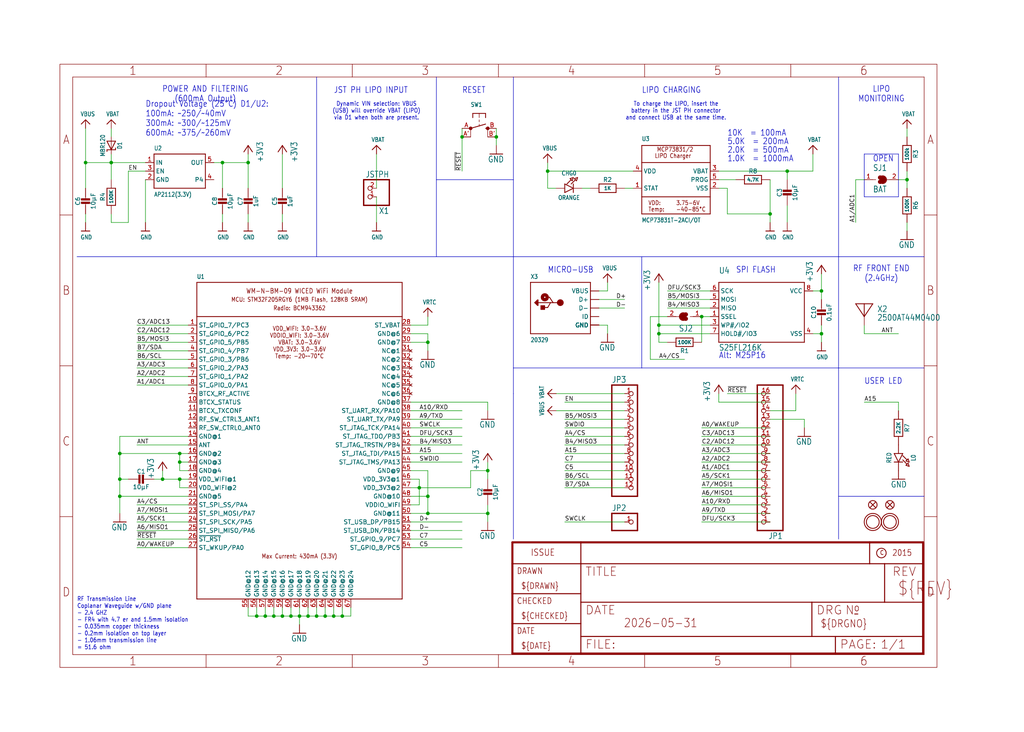
<source format=kicad_sch>
(kicad_sch (version 20230121) (generator eeschema)
  (paper "User" 303.962 217.322)
  (junction (at 76.2 182.88))
  (junction (at 99.06 182.88))
  (junction (at 195.58 99.06))
  (junction (at 233.68 50.8))
  (junction (at 53.34 137.16))
  (junction (at 93.98 182.88))
  (junction (at 86.36 182.88))
  (junction (at 78.74 182.88))
  (junction (at 162.56 50.8))
  (junction (at 33.02 48.26))
  (junction (at 243.84 99.06))
  (junction (at 35.56 147.32))
  (junction (at 25.4 48.26))
  (junction (at 35.56 134.62))
  (junction (at 147.32 40.64))
  (junction (at 35.56 142.24))
  (junction (at 96.52 182.88))
  (junction (at 83.82 182.88))
  (junction (at 127 147.32))
  (junction (at 144.78 139.7))
  (junction (at 208.28 93.98))
  (junction (at 73.66 48.26))
  (junction (at 66.04 48.26))
  (junction (at 127 152.4))
  (junction (at 88.9 182.88))
  (junction (at 127 101.6))
  (junction (at 243.84 86.36))
  (junction (at 228.6 63.5))
  (junction (at 144.78 152.4))
  (junction (at 81.28 182.88))
  (junction (at 48.26 142.24))
  (junction (at 269.24 53.34))
  (junction (at 137.16 40.64))
  (junction (at 124.46 144.78))
  (junction (at 101.6 182.88))
  (junction (at 91.44 182.88))
  (junction (at 195.58 96.52))
  (junction (at 53.34 134.62))
  (junction (at 53.34 142.24))
  (wire (pts (xy 55.88 162.56) (xy 40.64 162.56)) (stroke (width 0.1524)))
  (wire (pts (xy 165.1 116.84) (xy 185.42 116.84)) (stroke (width 0.1524)))
  (wire (pts (xy 193.04 93.98) (xy 193.04 106.68)) (stroke (width 0.1524)))
  (wire (pts (xy 180.34 86.36) (xy 180.34 83.82)) (stroke (width 0.1524)))
  (wire (pts (xy 121.92 139.7) (xy 127 139.7)) (stroke (width 0.1524)))
  (polyline (pts (xy 266.7 45.72) (xy 266.7 58.42)) (stroke (width 0.1524) (type solid)))
  (wire (pts (xy 127 99.06) (xy 127 101.6)) (stroke (width 0.1524)))
  (wire (pts (xy 215.9 63.5) (xy 228.6 63.5)) (stroke (width 0.1524)))
  (wire (pts (xy 121.92 121.92) (xy 137.16 121.92)) (stroke (width 0.1524)))
  (wire (pts (xy 73.66 48.26) (xy 73.66 45.72)) (stroke (width 0.1524)))
  (wire (pts (xy 121.92 154.94) (xy 137.16 154.94)) (stroke (width 0.1524)))
  (wire (pts (xy 162.56 50.8) (xy 187.96 50.8)) (stroke (width 0.1524)))
  (wire (pts (xy 73.66 63.5) (xy 73.66 66.04)) (stroke (width 0.1524)))
  (wire (pts (xy 99.06 180.34) (xy 99.06 182.88)) (stroke (width 0.1524)))
  (wire (pts (xy 233.68 60.96) (xy 233.68 66.04)) (stroke (width 0.1524)))
  (wire (pts (xy 127 139.7) (xy 127 147.32)) (stroke (width 0.1524)))
  (wire (pts (xy 101.6 180.34) (xy 101.6 182.88)) (stroke (width 0.1524)))
  (wire (pts (xy 233.68 50.8) (xy 213.36 50.8)) (stroke (width 0.1524)))
  (wire (pts (xy 121.92 147.32) (xy 127 147.32)) (stroke (width 0.1524)))
  (wire (pts (xy 185.42 129.54) (xy 167.64 129.54)) (stroke (width 0.1524)))
  (wire (pts (xy 76.2 182.88) (xy 78.74 182.88)) (stroke (width 0.1524)))
  (wire (pts (xy 43.18 48.26) (xy 33.02 48.26)) (stroke (width 0.1524)))
  (wire (pts (xy 66.04 55.88) (xy 66.04 48.26)) (stroke (width 0.1524)))
  (wire (pts (xy 228.6 147.32) (xy 208.28 147.32)) (stroke (width 0.1524)))
  (wire (pts (xy 48.26 139.7) (xy 48.26 142.24)) (stroke (width 0.1524)))
  (wire (pts (xy 172.72 55.88) (xy 175.26 55.88)) (stroke (width 0.1524)))
  (wire (pts (xy 121.92 124.46) (xy 137.16 124.46)) (stroke (width 0.1524)))
  (polyline (pts (xy 152.4 76.2) (xy 152.4 53.34)) (stroke (width 0.1524) (type solid)))
  (wire (pts (xy 177.8 86.36) (xy 180.34 86.36)) (stroke (width 0.1524)))
  (wire (pts (xy 88.9 182.88) (xy 91.44 182.88)) (stroke (width 0.1524)))
  (wire (pts (xy 55.88 157.48) (xy 40.64 157.48)) (stroke (width 0.1524)))
  (wire (pts (xy 198.12 101.6) (xy 195.58 101.6)) (stroke (width 0.1524)))
  (wire (pts (xy 35.56 129.54) (xy 35.56 134.62)) (stroke (width 0.1524)))
  (wire (pts (xy 228.6 127) (xy 208.28 127)) (stroke (width 0.1524)))
  (wire (pts (xy 53.34 134.62) (xy 35.56 134.62)) (stroke (width 0.1524)))
  (wire (pts (xy 213.36 53.34) (xy 218.44 53.34)) (stroke (width 0.1524)))
  (wire (pts (xy 215.9 55.88) (xy 215.9 63.5)) (stroke (width 0.1524)))
  (wire (pts (xy 55.88 101.6) (xy 40.64 101.6)) (stroke (width 0.1524)))
  (wire (pts (xy 53.34 142.24) (xy 48.26 142.24)) (stroke (width 0.1524)))
  (wire (pts (xy 147.32 43.18) (xy 147.32 40.64)) (stroke (width 0.1524)))
  (wire (pts (xy 243.84 99.06) (xy 243.84 101.6)) (stroke (width 0.1524)))
  (wire (pts (xy 228.6 121.92) (xy 236.22 121.92)) (stroke (width 0.1524)))
  (wire (pts (xy 38.1 142.24) (xy 35.56 142.24)) (stroke (width 0.1524)))
  (wire (pts (xy 185.42 124.46) (xy 167.64 124.46)) (stroke (width 0.1524)))
  (wire (pts (xy 83.82 180.34) (xy 83.82 182.88)) (stroke (width 0.1524)))
  (wire (pts (xy 86.36 182.88) (xy 88.9 182.88)) (stroke (width 0.1524)))
  (polyline (pts (xy 274.32 109.22) (xy 248.92 109.22)) (stroke (width 0.1524) (type solid)))
  (wire (pts (xy 254 53.34) (xy 254 66.04)) (stroke (width 0.1524)))
  (wire (pts (xy 167.64 127) (xy 185.42 127)) (stroke (width 0.1524)))
  (wire (pts (xy 139.7 144.78) (xy 139.7 139.7)) (stroke (width 0.1524)))
  (wire (pts (xy 121.92 127) (xy 137.16 127)) (stroke (width 0.1524)))
  (wire (pts (xy 144.78 139.7) (xy 144.78 137.16)) (stroke (width 0.1524)))
  (wire (pts (xy 55.88 160.02) (xy 40.64 160.02)) (stroke (width 0.1524)))
  (wire (pts (xy 53.34 139.7) (xy 53.34 137.16)) (stroke (width 0.1524)))
  (polyline (pts (xy 256.54 58.42) (xy 256.54 45.72)) (stroke (width 0.1524) (type solid)))
  (wire (pts (xy 266.7 121.92) (xy 266.7 119.38)) (stroke (width 0.1524)))
  (polyline (pts (xy 190.5 76.2) (xy 152.4 76.2)) (stroke (width 0.1524) (type solid)))
  (wire (pts (xy 167.64 137.16) (xy 185.42 137.16)) (stroke (width 0.1524)))
  (wire (pts (xy 76.2 180.34) (xy 76.2 182.88)) (stroke (width 0.1524)))
  (wire (pts (xy 185.42 91.44) (xy 177.8 91.44)) (stroke (width 0.1524)))
  (wire (pts (xy 162.56 48.26) (xy 162.56 50.8)) (stroke (width 0.1524)))
  (wire (pts (xy 99.06 182.88) (xy 101.6 182.88)) (stroke (width 0.1524)))
  (wire (pts (xy 55.88 139.7) (xy 53.34 139.7)) (stroke (width 0.1524)))
  (wire (pts (xy 210.82 93.98) (xy 208.28 93.98)) (stroke (width 0.1524)))
  (wire (pts (xy 147.32 38.1) (xy 147.32 40.64)) (stroke (width 0.1524)))
  (polyline (pts (xy 266.7 58.42) (xy 256.54 58.42)) (stroke (width 0.1524) (type solid)))
  (polyline (pts (xy 22.86 76.2) (xy 93.98 76.2)) (stroke (width 0.1524) (type solid)))
  (wire (pts (xy 213.36 116.84) (xy 213.36 119.38)) (stroke (width 0.1524)))
  (wire (pts (xy 124.46 144.78) (xy 139.7 144.78)) (stroke (width 0.1524)))
  (polyline (pts (xy 93.98 76.2) (xy 129.54 76.2)) (stroke (width 0.1524) (type solid)))
  (wire (pts (xy 38.1 50.8) (xy 38.1 66.04)) (stroke (width 0.1524)))
  (wire (pts (xy 208.28 93.98) (xy 208.28 101.6)) (stroke (width 0.1524)))
  (wire (pts (xy 210.82 99.06) (xy 195.58 99.06)) (stroke (width 0.1524)))
  (polyline (pts (xy 274.32 76.2) (xy 248.92 76.2)) (stroke (width 0.1524) (type solid)))
  (wire (pts (xy 208.28 152.4) (xy 228.6 152.4)) (stroke (width 0.1524)))
  (wire (pts (xy 213.36 55.88) (xy 215.9 55.88)) (stroke (width 0.1524)))
  (wire (pts (xy 55.88 152.4) (xy 40.64 152.4)) (stroke (width 0.1524)))
  (wire (pts (xy 83.82 182.88) (xy 86.36 182.88)) (stroke (width 0.1524)))
  (wire (pts (xy 144.78 152.4) (xy 144.78 149.86)) (stroke (width 0.1524)))
  (wire (pts (xy 33.02 66.04) (xy 33.02 63.5)) (stroke (width 0.1524)))
  (wire (pts (xy 35.56 147.32) (xy 35.56 152.4)) (stroke (width 0.1524)))
  (wire (pts (xy 180.34 96.52) (xy 180.34 99.06)) (stroke (width 0.1524)))
  (wire (pts (xy 121.92 157.48) (xy 137.16 157.48)) (stroke (width 0.1524)))
  (wire (pts (xy 66.04 63.5) (xy 66.04 66.04)) (stroke (width 0.1524)))
  (wire (pts (xy 127 101.6) (xy 127 104.14)) (stroke (width 0.1524)))
  (wire (pts (xy 88.9 182.88) (xy 88.9 185.42)) (stroke (width 0.1524)))
  (polyline (pts (xy 152.4 109.22) (xy 152.4 76.2)) (stroke (width 0.1524) (type solid)))
  (wire (pts (xy 210.82 96.52) (xy 195.58 96.52)) (stroke (width 0.1524)))
  (wire (pts (xy 127 96.52) (xy 127 93.98)) (stroke (width 0.1524)))
  (wire (pts (xy 55.88 154.94) (xy 40.64 154.94)) (stroke (width 0.1524)))
  (wire (pts (xy 25.4 63.5) (xy 25.4 66.04)) (stroke (width 0.1524)))
  (wire (pts (xy 83.82 45.72) (xy 83.82 55.88)) (stroke (width 0.1524)))
  (polyline (pts (xy 248.92 76.2) (xy 248.92 22.86)) (stroke (width 0.1524) (type solid)))
  (wire (pts (xy 53.34 144.78) (xy 53.34 142.24)) (stroke (width 0.1524)))
  (wire (pts (xy 48.26 142.24) (xy 45.72 142.24)) (stroke (width 0.1524)))
  (wire (pts (xy 144.78 119.38) (xy 144.78 121.92)) (stroke (width 0.1524)))
  (wire (pts (xy 269.24 53.34) (xy 269.24 55.88)) (stroke (width 0.1524)))
  (wire (pts (xy 101.6 182.88) (xy 104.14 182.88)) (stroke (width 0.1524)))
  (wire (pts (xy 121.92 134.62) (xy 137.16 134.62)) (stroke (width 0.1524)))
  (wire (pts (xy 81.28 182.88) (xy 83.82 182.88)) (stroke (width 0.1524)))
  (polyline (pts (xy 93.98 76.2) (xy 93.98 22.86)) (stroke (width 0.1524) (type solid)))
  (wire (pts (xy 91.44 180.34) (xy 91.44 182.88)) (stroke (width 0.1524)))
  (wire (pts (xy 93.98 182.88) (xy 96.52 182.88)) (stroke (width 0.1524)))
  (wire (pts (xy 185.42 144.78) (xy 167.64 144.78)) (stroke (width 0.1524)))
  (wire (pts (xy 78.74 182.88) (xy 81.28 182.88)) (stroke (width 0.1524)))
  (wire (pts (xy 91.44 182.88) (xy 93.98 182.88)) (stroke (width 0.1524)))
  (wire (pts (xy 35.56 142.24) (xy 35.56 147.32)) (stroke (width 0.1524)))
  (wire (pts (xy 269.24 38.1) (xy 269.24 40.64)) (stroke (width 0.1524)))
  (wire (pts (xy 213.36 119.38) (xy 228.6 119.38)) (stroke (width 0.1524)))
  (wire (pts (xy 121.92 137.16) (xy 137.16 137.16)) (stroke (width 0.1524)))
  (wire (pts (xy 139.7 139.7) (xy 144.78 139.7)) (stroke (width 0.1524)))
  (wire (pts (xy 185.42 55.88) (xy 187.96 55.88)) (stroke (width 0.1524)))
  (wire (pts (xy 228.6 132.08) (xy 208.28 132.08)) (stroke (width 0.1524)))
  (wire (pts (xy 208.28 149.86) (xy 228.6 149.86)) (stroke (width 0.1524)))
  (wire (pts (xy 104.14 182.88) (xy 104.14 180.34)) (stroke (width 0.1524)))
  (wire (pts (xy 233.68 53.34) (xy 233.68 50.8)) (stroke (width 0.1524)))
  (wire (pts (xy 228.6 129.54) (xy 208.28 129.54)) (stroke (width 0.1524)))
  (wire (pts (xy 121.92 101.6) (xy 127 101.6)) (stroke (width 0.1524)))
  (wire (pts (xy 25.4 48.26) (xy 33.02 48.26)) (stroke (width 0.1524)))
  (wire (pts (xy 55.88 104.14) (xy 40.64 104.14)) (stroke (width 0.1524)))
  (polyline (pts (xy 248.92 76.2) (xy 190.5 76.2)) (stroke (width 0.1524) (type solid)))
  (wire (pts (xy 269.24 68.58) (xy 269.24 66.04)) (stroke (width 0.1524)))
  (wire (pts (xy 243.84 96.52) (xy 243.84 99.06)) (stroke (width 0.1524)))
  (wire (pts (xy 96.52 182.88) (xy 99.06 182.88)) (stroke (width 0.1524)))
  (wire (pts (xy 203.2 106.68) (xy 193.04 106.68)) (stroke (width 0.1524)))
  (wire (pts (xy 210.82 88.9) (xy 198.12 88.9)) (stroke (width 0.1524)))
  (wire (pts (xy 93.98 180.34) (xy 93.98 182.88)) (stroke (width 0.1524)))
  (wire (pts (xy 73.66 180.34) (xy 73.66 182.88)) (stroke (width 0.1524)))
  (wire (pts (xy 177.8 96.52) (xy 180.34 96.52)) (stroke (width 0.1524)))
  (wire (pts (xy 121.92 144.78) (xy 124.46 144.78)) (stroke (width 0.1524)))
  (wire (pts (xy 121.92 129.54) (xy 137.16 129.54)) (stroke (width 0.1524)))
  (wire (pts (xy 162.56 55.88) (xy 162.56 50.8)) (stroke (width 0.1524)))
  (wire (pts (xy 198.12 86.36) (xy 210.82 86.36)) (stroke (width 0.1524)))
  (polyline (pts (xy 152.4 160.02) (xy 152.4 116.84)) (stroke (width 0.1524) (type solid)))
  (wire (pts (xy 137.16 50.8) (xy 137.16 40.64)) (stroke (width 0.1524)))
  (wire (pts (xy 198.12 91.44) (xy 210.82 91.44)) (stroke (width 0.1524)))
  (wire (pts (xy 66.04 48.26) (xy 73.66 48.26)) (stroke (width 0.1524)))
  (wire (pts (xy 127 152.4) (xy 144.78 152.4)) (stroke (width 0.1524)))
  (wire (pts (xy 55.88 96.52) (xy 40.64 96.52)) (stroke (width 0.1524)))
  (polyline (pts (xy 274.32 147.32) (xy 248.92 147.32)) (stroke (width 0.1524) (type solid)))
  (wire (pts (xy 269.24 50.8) (xy 269.24 53.34)) (stroke (width 0.1524)))
  (wire (pts (xy 78.74 180.34) (xy 78.74 182.88)) (stroke (width 0.1524)))
  (wire (pts (xy 236.22 121.92) (xy 236.22 116.84)) (stroke (width 0.1524)))
  (wire (pts (xy 241.3 86.36) (xy 243.84 86.36)) (stroke (width 0.1524)))
  (wire (pts (xy 121.92 152.4) (xy 127 152.4)) (stroke (width 0.1524)))
  (wire (pts (xy 73.66 182.88) (xy 76.2 182.88)) (stroke (width 0.1524)))
  (wire (pts (xy 55.88 149.86) (xy 40.64 149.86)) (stroke (width 0.1524)))
  (wire (pts (xy 33.02 45.72) (xy 33.02 48.26)) (stroke (width 0.1524)))
  (wire (pts (xy 228.6 134.62) (xy 208.28 134.62)) (stroke (width 0.1524)))
  (wire (pts (xy 25.4 55.88) (xy 25.4 48.26)) (stroke (width 0.1524)))
  (polyline (pts (xy 248.92 109.22) (xy 190.5 109.22)) (stroke (width 0.1524) (type solid)))
  (polyline (pts (xy 248.92 160.02) (xy 248.92 147.32)) (stroke (width 0.1524) (type solid)))
  (wire (pts (xy 83.82 63.5) (xy 83.82 66.04)) (stroke (width 0.1524)))
  (wire (pts (xy 228.6 63.5) (xy 228.6 66.04)) (stroke (width 0.1524)))
  (wire (pts (xy 55.88 137.16) (xy 53.34 137.16)) (stroke (width 0.1524)))
  (wire (pts (xy 185.42 121.92) (xy 165.1 121.92)) (stroke (width 0.1524)))
  (polyline (pts (xy 129.54 53.34) (xy 129.54 22.86)) (stroke (width 0.1524) (type solid)))
  (wire (pts (xy 243.84 86.36) (xy 243.84 88.9)) (stroke (width 0.1524)))
  (wire (pts (xy 55.88 132.08) (xy 40.64 132.08)) (stroke (width 0.1524)))
  (wire (pts (xy 111.76 66.04) (xy 111.76 58.42)) (stroke (width 0.1524)))
  (wire (pts (xy 228.6 53.34) (xy 228.6 63.5)) (stroke (width 0.1524)))
  (wire (pts (xy 81.28 180.34) (xy 81.28 182.88)) (stroke (width 0.1524)))
  (wire (pts (xy 73.66 48.26) (xy 73.66 55.88)) (stroke (width 0.1524)))
  (wire (pts (xy 33.02 53.34) (xy 33.02 48.26)) (stroke (width 0.1524)))
  (wire (pts (xy 55.88 111.76) (xy 40.64 111.76)) (stroke (width 0.1524)))
  (wire (pts (xy 241.3 99.06) (xy 243.84 99.06)) (stroke (width 0.1524)))
  (wire (pts (xy 228.6 142.24) (xy 208.28 142.24)) (stroke (width 0.1524)))
  (wire (pts (xy 55.88 99.06) (xy 40.64 99.06)) (stroke (width 0.1524)))
  (wire (pts (xy 167.64 154.94) (xy 185.42 154.94)) (stroke (width 0.1524)))
  (wire (pts (xy 55.88 129.54) (xy 35.56 129.54)) (stroke (width 0.1524)))
  (wire (pts (xy 195.58 96.52) (xy 195.58 83.82)) (stroke (width 0.1524)))
  (wire (pts (xy 195.58 99.06) (xy 195.58 96.52)) (stroke (width 0.1524)))
  (wire (pts (xy 198.12 93.98) (xy 193.04 93.98)) (stroke (width 0.1524)))
  (wire (pts (xy 38.1 66.04) (xy 33.02 66.04)) (stroke (width 0.1524)))
  (wire (pts (xy 35.56 134.62) (xy 35.56 142.24)) (stroke (width 0.1524)))
  (wire (pts (xy 121.92 119.38) (xy 144.78 119.38)) (stroke (width 0.1524)))
  (wire (pts (xy 228.6 139.7) (xy 208.28 139.7)) (stroke (width 0.1524)))
  (polyline (pts (xy 152.4 53.34) (xy 152.4 22.86)) (stroke (width 0.1524) (type solid)))
  (polyline (pts (xy 190.5 109.22) (xy 190.5 76.2)) (stroke (width 0.1524) (type solid)))
  (wire (pts (xy 241.3 45.72) (xy 241.3 50.8)) (stroke (width 0.1524)))
  (polyline (pts (xy 152.4 53.34) (xy 129.54 53.34)) (stroke (width 0.1524) (type solid)))
  (wire (pts (xy 177.8 88.9) (xy 185.42 88.9)) (stroke (width 0.1524)))
  (wire (pts (xy 256.54 119.38) (xy 266.7 119.38)) (stroke (width 0.1524)))
  (wire (pts (xy 167.64 132.08) (xy 185.42 132.08)) (stroke (width 0.1524)))
  (wire (pts (xy 43.18 53.34) (xy 43.18 66.04)) (stroke (width 0.1524)))
  (wire (pts (xy 86.36 180.34) (xy 86.36 182.88)) (stroke (width 0.1524)))
  (wire (pts (xy 238.76 124.46) (xy 238.76 127)) (stroke (width 0.1524)))
  (polyline (pts (xy 152.4 116.84) (xy 152.4 109.22)) (stroke (width 0.1524) (type solid)))
  (wire (pts (xy 266.7 53.34) (xy 269.24 53.34)) (stroke (width 0.1524)))
  (wire (pts (xy 243.84 86.36) (xy 243.84 81.28)) (stroke (width 0.1524)))
  (wire (pts (xy 63.5 48.26) (xy 66.04 48.26)) (stroke (width 0.1524)))
  (wire (pts (xy 256.54 99.06) (xy 256.54 96.52)) (stroke (width 0.1524)))
  (wire (pts (xy 228.6 116.84) (xy 215.9 116.84)) (stroke (width 0.1524)))
  (wire (pts (xy 121.92 96.52) (xy 127 96.52)) (stroke (width 0.1524)))
  (wire (pts (xy 111.76 45.72) (xy 111.76 55.88)) (stroke (width 0.1524)))
  (wire (pts (xy 144.78 152.4) (xy 144.78 154.94)) (stroke (width 0.1524)))
  (polyline (pts (xy 248.92 109.22) (xy 248.92 76.2)) (stroke (width 0.1524) (type solid)))
  (wire (pts (xy 55.88 109.22) (xy 40.64 109.22)) (stroke (width 0.1524)))
  (polyline (pts (xy 129.54 76.2) (xy 129.54 53.34)) (stroke (width 0.1524) (type solid)))
  (wire (pts (xy 256.54 53.34) (xy 254 53.34)) (stroke (width 0.1524)))
  (wire (pts (xy 43.18 50.8) (xy 38.1 50.8)) (stroke (width 0.1524)))
  (wire (pts (xy 88.9 180.34) (xy 88.9 182.88)) (stroke (width 0.1524)))
  (wire (pts (xy 55.88 134.62) (xy 53.34 134.62)) (stroke (width 0.1524)))
  (wire (pts (xy 185.42 142.24) (xy 167.64 142.24)) (stroke (width 0.1524)))
  (wire (pts (xy 256.54 99.06) (xy 266.7 99.06)) (stroke (width 0.1524)))
  (wire (pts (xy 233.68 50.8) (xy 241.3 50.8)) (stroke (width 0.1524)))
  (wire (pts (xy 124.46 149.86) (xy 124.46 144.78)) (stroke (width 0.1524)))
  (wire (pts (xy 195.58 101.6) (xy 195.58 99.06)) (stroke (width 0.1524)))
  (wire (pts (xy 167.64 134.62) (xy 185.42 134.62)) (stroke (width 0.1524)))
  (wire (pts (xy 144.78 142.24) (xy 144.78 139.7)) (stroke (width 0.1524)))
  (wire (pts (xy 55.88 106.68) (xy 40.64 106.68)) (stroke (width 0.1524)))
  (wire (pts (xy 127 147.32) (xy 127 152.4)) (stroke (width 0.1524)))
  (wire (pts (xy 55.88 144.78) (xy 53.34 144.78)) (stroke (width 0.1524)))
  (polyline (pts (xy 190.5 109.22) (xy 152.4 109.22)) (stroke (width 0.1524) (type solid)))
  (wire (pts (xy 121.92 142.24) (xy 124.46 142.24)) (stroke (width 0.1524)))
  (wire (pts (xy 121.92 132.08) (xy 137.16 132.08)) (stroke (width 0.1524)))
  (wire (pts (xy 55.88 142.24) (xy 53.34 142.24)) (stroke (width 0.1524)))
  (wire (pts (xy 121.92 160.02) (xy 137.16 160.02)) (stroke (width 0.1524)))
  (wire (pts (xy 121.92 162.56) (xy 137.16 162.56)) (stroke (width 0.1524)))
  (wire (pts (xy 53.34 137.16) (xy 53.34 134.62)) (stroke (width 0.1524)))
  (wire (pts (xy 33.02 40.64) (xy 33.02 38.1)) (stroke (width 0.1524)))
  (polyline (pts (xy 248.92 147.32) (xy 248.92 109.22)) (stroke (width 0.1524) (type solid)))
  (polyline (pts (xy 152.4 76.2) (xy 129.54 76.2)) (stroke (width 0.1524) (type solid)))
  (wire (pts (xy 137.16 40.64) (xy 137.16 38.1)) (stroke (width 0.1524)))
  (wire (pts (xy 55.88 147.32) (xy 35.56 147.32)) (stroke (width 0.1524)))
  (wire (pts (xy 228.6 144.78) (xy 208.28 144.78)) (stroke (width 0.1524)))
  (wire (pts (xy 55.88 114.3) (xy 40.64 114.3)) (stroke (width 0.1524)))
  (wire (pts (xy 121.92 99.06) (xy 127 99.06)) (stroke (width 0.1524)))
  (wire (pts (xy 167.64 139.7) (xy 185.42 139.7)) (stroke (width 0.1524)))
  (wire (pts (xy 25.4 38.1) (xy 25.4 48.26)) (stroke (width 0.1524)))
  (polyline (pts (xy 256.54 45.72) (xy 266.7 45.72)) (stroke (width 0.1524) (type solid)))
  (wire (pts (xy 165.1 55.88) (xy 162.56 55.88)) (stroke (width 0.1524)))
  (wire (pts (xy 228.6 124.46) (xy 238.76 124.46)) (stroke (width 0.1524)))
  (wire (pts (xy 228.6 137.16) (xy 208.28 137.16)) (stroke (width 0.1524)))
  (wire (pts (xy 96.52 180.34) (xy 96.52 182.88)) (stroke (width 0.1524)))
  (wire (pts (xy 185.42 119.38) (xy 167.64 119.38)) (stroke (width 0.1524)))
  (wire (pts (xy 124.46 144.78) (xy 124.46 142.24)) (stroke (width 0.1524)))
  (wire (pts (xy 121.92 149.86) (xy 124.46 149.86)) (stroke (width 0.1524)))
  (wire (pts (xy 208.28 154.94) (xy 228.6 154.94)) (stroke (width 0.1524)))
  (text "1.0K  = 1000mA" (at 215.9 48.26 0) (effects (font (size 1.778 1.5113)) (justify left bottom)))
  (text "10K  = 100mA" (at 215.9 40.64 0) (effects (font (size 1.778 1.5113)) (justify left bottom)))
  (text "LIPO\nMONITORING" (at 261.62 30.48 0) (effects (font (size 1.778 1.5113)) (justify bottom)))
  (text "USER LED" (at 256.54 114.3 0) (effects (font (size 1.778 1.5113)) (justify left bottom)))
  (text "Dynamic VIN selection: VBUS\n(USB) will override VBAT (LIPO)\nvia D1 when both are present." (at 111.76 33.02 0) (effects (font (size 1.27 1.0795))))
  (text "Alt: M25P16" (at 213.36 106.68 0) (effects (font (size 1.778 1.5113)) (justify left bottom)))
  (text "RF Transmission Line\nCoplanar Waveguide w/GND plane\n- 2.4 GHZ\n- FR4 with 4.7 er and 1.5mm isolation\n- 0.035mm copper thickness\n- 0.2mm isolation on top layer\n- 1.06mm transmission line\n= 51.6 ohm" (at 22.86 193.04 0) (effects (font (size 1.27 1.0795)) (justify left bottom)))
  (text "2.0K  = 500mA" (at 215.9 45.72 0) (effects (font (size 1.778 1.5113)) (justify left bottom)))
  (text "POWER AND FILTERING\n(600mA Output)" (at 60.96 30.48 0) (effects (font (size 1.778 1.5113)) (justify bottom)))
  (text "LIPO CHARGING" (at 190.5 27.94 0) (effects (font (size 1.778 1.5113)) (justify left bottom)))
  (text "Dropout Voltage (25°C) D1/U2:\n100mA: ~250/~40mV\n300mA: ~300/~125mV\n600mA: ~375/~260mV" (at 43.18 40.64 0) (effects (font (size 1.778 1.5113)) (justify left bottom)))
  (text "OPEN" (at 259.08 48.26 0) (effects (font (size 1.778 1.5113)) (justify left bottom)))
  (text "RESET" (at 137.16 27.94 0) (effects (font (size 1.778 1.5113)) (justify left bottom)))
  (text "5.0K  = 200mA" (at 215.9 43.18 0) (effects (font (size 1.778 1.5113)) (justify left bottom)))
  (text "RF FRONT END\n(2.4GHz)" (at 261.62 81.28 0) (effects (font (size 1.778 1.5113))))
  (text "MICRO-USB" (at 162.56 81.28 0) (effects (font (size 1.778 1.5113)) (justify left bottom)))
  (text "SPI FLASH" (at 218.44 81.28 0) (effects (font (size 1.778 1.5113)) (justify left bottom)))
  (text "JST PH LIPO INPUT" (at 99.06 27.94 0) (effects (font (size 1.778 1.5113)) (justify left bottom)))
  (text "To charge the LIPO, insert the\nbattery in the JST PH connector\nand connect USB at the same time." (at 200.66 33.02 0) (effects (font (size 1.27 1.0795))))
  (label "A3/ADC3" (at 40.64 109.22 0) (effects (font (size 1.2446 1.2446))))
  (label "A9/TXD" (at 208.28 152.4 0) (effects (font (size 1.2446 1.2446))))
  (label "ANT" (at 261.62 99.06 0) (effects (font (size 1.2446 1.2446))))
  (label "~{RESET}" (at 40.64 160.02 0) (effects (font (size 1.2446 1.2446))))
  (label "EN" (at 38.1 50.8 0) (effects (font (size 1.2446 1.2446))))
  (label "A5/SCK1" (at 40.64 154.94 0) (effects (font (size 1.2446 1.2446))))
  (label "SWCLK" (at 124.46 127 0) (effects (font (size 1.2446 1.2446))))
  (label "SWDIO" (at 124.46 137.16 0) (effects (font (size 1.2446 1.2446))))
  (label "~{RESET}" (at 137.16 50.8 90) (effects (font (size 1.2446 1.2446))))
  (label "C7" (at 124.46 160.02 0) (effects (font (size 1.2446 1.2446))))
  (label "A1/ADC1" (at 208.28 139.7 0) (effects (font (size 1.2446 1.2446))))
  (label "A2/ADC2" (at 40.64 111.76 0) (effects (font (size 1.2446 1.2446))))
  (label "A3/ADC3" (at 208.28 134.62 0) (effects (font (size 1.2446 1.2446))))
  (label "A9/TXD" (at 124.46 124.46 0) (effects (font (size 1.2446 1.2446))))
  (label "A7/MOSI1" (at 208.28 144.78 0) (effects (font (size 1.2446 1.2446))))
  (label "A4/CS" (at 40.64 149.86 0) (effects (font (size 1.2446 1.2446))))
  (label "A4/CS" (at 195.58 106.68 0) (effects (font (size 1.2446 1.2446))))
  (label "A6/MISO1" (at 40.64 157.48 0) (effects (font (size 1.2446 1.2446))))
  (label "A10/RXD" (at 124.46 121.92 0) (effects (font (size 1.2446 1.2446))))
  (label "B4/MISO3" (at 167.64 132.08 0) (effects (font (size 1.2446 1.2446))))
  (label "A4/CS" (at 167.64 129.54 0) (effects (font (size 1.2446 1.2446))))
  (label "C7" (at 167.64 137.16 0) (effects (font (size 1.2446 1.2446))))
  (label "B6/SCL" (at 167.64 142.24 0) (effects (font (size 1.2446 1.2446))))
  (label "A15" (at 256.54 119.38 0) (effects (font (size 1.2446 1.2446))))
  (label "SWDIO" (at 167.64 127 0) (effects (font (size 1.2446 1.2446))))
  (label "A0/WAKEUP" (at 208.28 127 0) (effects (font (size 1.2446 1.2446))))
  (label "B5/MOSI3" (at 198.12 88.9 0) (effects (font (size 1.2446 1.2446))))
  (label "A15" (at 124.46 134.62 0) (effects (font (size 1.2446 1.2446))))
  (label "B7/SDA" (at 40.64 104.14 0) (effects (font (size 1.2446 1.2446))))
  (label "A5/SCK1" (at 208.28 142.24 0) (effects (font (size 1.2446 1.2446))))
  (label "C5" (at 167.64 139.7 0) (effects (font (size 1.2446 1.2446))))
  (label "SWCLK" (at 167.64 154.94 0) (effects (font (size 1.2446 1.2446))))
  (label "D+" (at 182.88 88.9 0) (effects (font (size 1.2446 1.2446))))
  (label "DFU/SCK3" (at 208.28 154.94 0) (effects (font (size 1.2446 1.2446))))
  (label "B5/MOSI3" (at 167.64 124.46 0) (effects (font (size 1.2446 1.2446))))
  (label "D-" (at 182.88 91.44 0) (effects (font (size 1.2446 1.2446))))
  (label "A2/ADC2" (at 208.28 137.16 0) (effects (font (size 1.2446 1.2446))))
  (label "C3/ADC13" (at 40.64 96.52 0) (effects (font (size 1.2446 1.2446))))
  (label "A1/ADC1" (at 40.64 114.3 0) (effects (font (size 1.2446 1.2446))))
  (label "B6/SCL" (at 40.64 106.68 0) (effects (font (size 1.2446 1.2446))))
  (label "B4/MISO3" (at 124.46 132.08 0) (effects (font (size 1.2446 1.2446))))
  (label "DFU/SCK3" (at 124.46 129.54 0) (effects (font (size 1.2446 1.2446))))
  (label "A15" (at 167.64 134.62 0) (effects (font (size 1.2446 1.2446))))
  (label "D+" (at 124.46 154.94 0) (effects (font (size 1.2446 1.2446))))
  (label "B7/SDA" (at 167.64 144.78 0) (effects (font (size 1.2446 1.2446))))
  (label "ANT" (at 40.64 132.08 0) (effects (font (size 1.2446 1.2446))))
  (label "EN" (at 167.64 119.38 0) (effects (font (size 1.2446 1.2446))))
  (label "B4/MISO3" (at 198.12 91.44 0) (effects (font (size 1.2446 1.2446))))
  (label "C2/ADC12" (at 208.28 132.08 0) (effects (font (size 1.2446 1.2446))))
  (label "A0/WAKEUP" (at 40.64 162.56 0) (effects (font (size 1.2446 1.2446))))
  (label "C3/ADC13" (at 208.28 129.54 0) (effects (font (size 1.2446 1.2446))))
  (label "A1/ADC1" (at 254 66.04 90) (effects (font (size 1.2446 1.2446))))
  (label "C2/ADC12" (at 40.64 99.06 0) (effects (font (size 1.2446 1.2446))))
  (label "C5" (at 124.46 162.56 0) (effects (font (size 1.2446 1.2446))))
  (label "B5/MOSI3" (at 40.64 101.6 0) (effects (font (size 1.2446 1.2446))))
  (label "A7/MOSI1" (at 40.64 152.4 0) (effects (font (size 1.2446 1.2446))))
  (label "A6/MISO1" (at 208.28 147.32 0) (effects (font (size 1.2446 1.2446))))
  (label "A10/RXD" (at 208.28 149.86 0) (effects (font (size 1.2446 1.2446))))
  (label "DFU/SCK3" (at 198.12 86.36 0) (effects (font (size 1.2446 1.2446))))
  (label "~{RESET}" (at 215.9 116.84 0) (effects (font (size 1.2446 1.2446))))
  (label "D-" (at 124.46 157.48 0) (effects (font (size 1.2446 1.2446))))
  (symbol (lib_id "working-eagle-import:RESISTOR_0603_NOOUT") (at 269.24 45.72 270) (unit 1)
    (property "Reference" "R3" (at 271.78 45.72 0))
    (property "Value" "100k" (at 269.24 45.72 0) (effects (font (size 1.016 1.016) bold)))
    (property "Footprint" "working:0603-NO" (effects hide))
  )
  (symbol (lib_id "working-eagle-import:supply1_GND") (at 180.34 101.6 0) (unit 1)
    (property "Reference" "#GND1" (effects hide))
    (property "Value" "GND" (at 177.8 104.14 0) (effects (font (size 1.778 1.5113)) (justify left bottom)))
  )
  (symbol (lib_id "working-eagle-import:CAP_CERAMIC0603_NO") (at 73.66 60.96 0) (unit 1)
    (property "Reference" "C7" (at 71.37 59.71 90))
    (property "Value" "1uF" (at 75.96 59.71 90))
    (property "Footprint" "working:0603-NO" (effects hide))
  )
  (symbol (lib_id "working-eagle-import:GND") (at 83.82 68.58 0) (unit 1)
    (property "Reference" "#U$11" (effects hide))
    (property "Value" "GND" (at 82.296 71.12 0) (effects (font (size 1.27 1.0795)) (justify left bottom)))
  )
  (symbol (lib_id "working-eagle-import:SOLDERJUMPERREFLOW_NOPASTE") (at 261.62 53.34 0) (unit 1)
    (property "Reference" "SJ1" (at 259.08 50.8 0) (effects (font (size 1.778 1.5113)) (justify left bottom)))
    (property "Value" "BAT" (at 259.08 57.15 0) (effects (font (size 1.778 1.5113)) (justify left bottom)))
    (property "Footprint" "working:SOLDERJUMPER_REFLOW_NOPASTE" (effects hide))
  )
  (symbol (lib_id "working-eagle-import:CAP_CERAMIC0805_10MGAP") (at 243.84 93.98 0) (unit 1)
    (property "Reference" "C10" (at 241.55 92.73 90))
    (property "Value" "0.1uF" (at 246.14 92.73 90))
    (property "Footprint" "working:0805_10MGAP" (effects hide))
  )
  (symbol (lib_id "working-eagle-import:+3V3") (at 83.82 43.18 0) (mirror y) (unit 1)
    (property "Reference" "#+3V2" (effects hide))
    (property "Value" "+3V3" (at 86.36 48.26 90) (effects (font (size 1.778 1.5113)) (justify left bottom)))
  )
  (symbol (lib_id "working-eagle-import:+3V3") (at 48.26 137.16 0) (unit 1)
    (property "Reference" "#+3V8" (effects hide))
    (property "Value" "+3V3" (at 45.72 142.24 90) (effects (font (size 1.778 1.5113)) (justify left bottom)))
  )
  (symbol (lib_id "working-eagle-import:supply1_GND") (at 127 106.68 0) (unit 1)
    (property "Reference" "#GND12" (effects hide))
    (property "Value" "GND" (at 124.46 109.22 0) (effects (font (size 1.778 1.5113)) (justify left bottom)))
  )
  (symbol (lib_id "working-eagle-import:supply1_GND") (at 35.56 154.94 0) (unit 1)
    (property "Reference" "#GND3" (effects hide))
    (property "Value" "GND" (at 33.02 157.48 0) (effects (font (size 1.778 1.5113)) (justify left bottom)))
  )
  (symbol (lib_id "working-eagle-import:DIODE-SCHOTTKYSOD-123") (at 33.02 43.18 270) (unit 1)
    (property "Reference" "D1" (at 35.56 43.18 0) (effects (font (size 1.27 1.0795))))
    (property "Value" "MBR120" (at 30.52 43.18 0) (effects (font (size 1.27 1.0795))))
    (property "Footprint" "working:SOD-123" (effects hide))
  )
  (symbol (lib_id "working-eagle-import:RESISTOR_0603_NOOUT") (at 180.34 55.88 0) (unit 1)
    (property "Reference" "R2" (at 180.34 53.34 0))
    (property "Value" "1K" (at 180.34 55.88 0) (effects (font (size 1.016 1.016) bold)))
    (property "Footprint" "working:0603-NO" (effects hide))
  )
  (symbol (lib_id "working-eagle-import:CAP_CERAMIC0805-NOOUTLINE") (at 144.78 147.32 0) (unit 1)
    (property "Reference" "C2" (at 142.49 146.07 90))
    (property "Value" "10µF" (at 147.08 146.07 90))
    (property "Footprint" "working:0805-NO" (effects hide))
  )
  (symbol (lib_id "working-eagle-import:VBUS") (at 162.56 45.72 0) (unit 1)
    (property "Reference" "#U$38" (effects hide))
    (property "Value" "VBUS" (at 161.036 44.704 0) (effects (font (size 1.27 1.0795)) (justify left bottom)))
  )
  (symbol (lib_id "working-eagle-import:CAP_CERAMIC0603_NO") (at 83.82 60.96 0) (unit 1)
    (property "Reference" "C5" (at 81.53 59.71 90))
    (property "Value" "1uF" (at 86.12 59.71 90))
    (property "Footprint" "working:0603-NO" (effects hide))
  )
  (symbol (lib_id "working-eagle-import:VBAT") (at 269.24 35.56 0) (unit 1)
    (property "Reference" "#U$2" (effects hide))
    (property "Value" "VBAT" (at 267.716 34.544 0) (effects (font (size 1.27 1.0795)) (justify left bottom)))
  )
  (symbol (lib_id "working-eagle-import:+3V3") (at 195.58 81.28 0) (unit 1)
    (property "Reference" "#+3V3" (effects hide))
    (property "Value" "+3V3" (at 193.04 86.36 90) (effects (font (size 1.778 1.5113)) (justify left bottom)))
  )
  (symbol (lib_id "working-eagle-import:VBAT") (at 162.56 116.84 90) (unit 1)
    (property "Reference" "#U$20" (effects hide))
    (property "Value" "VBAT" (at 161.544 118.364 0) (effects (font (size 1.27 1.0795)) (justify left bottom)))
  )
  (symbol (lib_id "working-eagle-import:GND") (at 111.76 68.58 0) (unit 1)
    (property "Reference" "#U$22" (effects hide))
    (property "Value" "GND" (at 110.236 71.12 0) (effects (font (size 1.27 1.0795)) (justify left bottom)))
  )
  (symbol (lib_id "working-eagle-import:MOUNTINGHOLE2.5") (at 259.08 154.94 0) (unit 1)
    (property "Reference" "U$31" (effects hide))
    (property "Value" "MOUNTINGHOLE2.5" (effects hide))
    (property "Footprint" "working:MOUNTINGHOLE_2.5_PLATED" (effects hide))
  )
  (symbol (lib_id "working-eagle-import:RESISTOR_0603_NOOUT") (at 33.02 58.42 90) (unit 1)
    (property "Reference" "R4" (at 30.48 58.42 0))
    (property "Value" "100K" (at 33.02 58.42 0) (effects (font (size 1.016 1.016) bold)))
    (property "Footprint" "working:0603-NO" (effects hide))
  )
  (symbol (lib_id "working-eagle-import:USB_MICRO_20329_V2") (at 167.64 91.44 0) (unit 1)
    (property "Reference" "X3" (at 157.48 82.804 0) (effects (font (size 1.27 1.0795)) (justify left bottom)))
    (property "Value" "20329" (at 157.48 101.6 0) (effects (font (size 1.27 1.0795)) (justify left bottom)))
    (property "Footprint" "working:4UCONN_20329_V2" (effects hide))
  )
  (symbol (lib_id "working-eagle-import:+3V3") (at 213.36 114.3 0) (unit 1)
    (property "Reference" "#+3V1" (effects hide))
    (property "Value" "+3V3" (at 210.82 119.38 90) (effects (font (size 1.778 1.5113)) (justify left bottom)))
  )
  (symbol (lib_id "working-eagle-import:supply1_GND") (at 144.78 157.48 0) (unit 1)
    (property "Reference" "#GND8" (effects hide))
    (property "Value" "GND" (at 142.24 160.02 0) (effects (font (size 1.778 1.5113)) (justify left bottom)))
  )
  (symbol (lib_id "working-eagle-import:CAP_CERAMIC0805-NOOUTLINE") (at 40.64 142.24 270) (unit 1)
    (property "Reference" "C1" (at 41.89 139.95 90))
    (property "Value" "10µF" (at 41.89 144.54 90))
    (property "Footprint" "working:0805-NO" (effects hide))
  )
  (symbol (lib_id "working-eagle-import:VREG_SOT23-5") (at 53.34 50.8 0) (unit 1)
    (property "Reference" "U2" (at 45.72 44.704 0) (effects (font (size 1.27 1.0795)) (justify left bottom)))
    (property "Value" "AP2112(3.3V)" (at 45.72 58.42 0) (effects (font (size 1.27 1.0795)) (justify left bottom)))
    (property "Footprint" "working:SOT23-5" (effects hide))
  )
  (symbol (lib_id "working-eagle-import:CAP_CERAMIC0805-NOOUTLINE") (at 233.68 58.42 0) (unit 1)
    (property "Reference" "C3" (at 231.39 57.17 90))
    (property "Value" "10µF" (at 235.98 57.17 90))
    (property "Footprint" "working:0805-NO" (effects hide))
  )
  (symbol (lib_id "working-eagle-import:GND") (at 25.4 68.58 0) (unit 1)
    (property "Reference" "#U$27" (effects hide))
    (property "Value" "GND" (at 23.876 71.12 0) (effects (font (size 1.27 1.0795)) (justify left bottom)))
  )
  (symbol (lib_id "working-eagle-import:CAP_CERAMIC0805-NOOUTLINE") (at 25.4 60.96 0) (unit 1)
    (property "Reference" "C6" (at 23.11 59.71 90))
    (property "Value" "10µF" (at 27.7 59.71 90))
    (property "Footprint" "working:0805-NO" (effects hide))
  )
  (symbol (lib_id "working-eagle-import:FIDUCIAL{dblquote}{dblquote}") (at 259.08 149.86 0) (unit 1)
    (property "Reference" "U$35" (effects hide))
    (property "Value" "FIDUCIAL{dblquote}{dblquote}" (effects hide))
    (property "Footprint" "working:FIDUCIAL_1MM" (effects hide))
  )
  (symbol (lib_id "working-eagle-import:RESISTOR_0603_NOOUT") (at 223.52 53.34 0) (unit 1)
    (property "Reference" "R8" (at 223.52 50.8 0))
    (property "Value" "4.7K" (at 223.52 53.34 0) (effects (font (size 1.016 1.016) bold)))
    (property "Footprint" "working:0603-NO" (effects hide))
  )
  (symbol (lib_id "working-eagle-import:MCP73831/2") (at 200.66 53.34 0) (unit 1)
    (property "Reference" "U3" (at 190.5 41.91 0) (effects (font (size 1.27 1.0795)) (justify left bottom)))
    (property "Value" "MCP73831T-2ACI/OT" (at 190.5 66.04 0) (effects (font (size 1.27 1.0795)) (justify left bottom)))
    (property "Footprint" "working:SOT23-5" (effects hide))
  )
  (symbol (lib_id "working-eagle-import:CAP_CERAMIC0805-NOOUTLINE") (at 66.04 60.96 0) (unit 1)
    (property "Reference" "C8" (at 63.75 59.71 90))
    (property "Value" "10µF" (at 68.34 59.71 90))
    (property "Footprint" "working:0805-NO" (effects hide))
  )
  (symbol (lib_id "working-eagle-import:VBAT") (at 33.02 35.56 0) (unit 1)
    (property "Reference" "#U$21" (effects hide))
    (property "Value" "VBAT" (at 31.496 34.544 0) (effects (font (size 1.27 1.0795)) (justify left bottom)))
  )
  (symbol (lib_id "working-eagle-import:FRAME_A4") (at 17.78 198.12 0) (unit 1)
    (property "Reference" "#FRAME1" (effects hide))
    (property "Value" "FRAME_A4" (effects hide))
  )
  (symbol (lib_id "working-eagle-import:RESISTOR_0603_NOOUT") (at 269.24 60.96 270) (unit 1)
    (property "Reference" "R6" (at 271.78 60.96 0))
    (property "Value" "100K" (at 269.24 60.96 0) (effects (font (size 1.016 1.016) bold)))
    (property "Footprint" "working:0603-NO" (effects hide))
  )
  (symbol (lib_id "working-eagle-import:VBAT") (at 111.76 43.18 0) (unit 1)
    (property "Reference" "#U$16" (effects hide))
    (property "Value" "VBAT" (at 110.236 42.164 0) (effects (font (size 1.27 1.0795)) (justify left bottom)))
  )
  (symbol (lib_id "working-eagle-import:supply1_GND") (at 88.9 187.96 0) (unit 1)
    (property "Reference" "#GND6" (effects hide))
    (property "Value" "GND" (at 86.36 190.5 0) (effects (font (size 1.778 1.5113)) (justify left bottom)))
  )
  (symbol (lib_id "working-eagle-import:RESISTOR_0603_NOOUT") (at 203.2 101.6 180) (unit 1)
    (property "Reference" "R1" (at 203.2 104.14 0))
    (property "Value" "100K" (at 203.2 101.6 0) (effects (font (size 1.016 1.016) bold)))
    (property "Footprint" "working:0603-NO" (effects hide))
  )
  (symbol (lib_id "working-eagle-import:supply1_GND") (at 266.7 142.24 0) (mirror y) (unit 1)
    (property "Reference" "#GND10" (effects hide))
    (property "Value" "GND" (at 269.24 144.78 0) (effects (font (size 1.778 1.5113)) (justify left bottom)))
  )
  (symbol (lib_id "working-eagle-import:HEADER-1X12") (at 187.96 132.08 0) (unit 1)
    (property "Reference" "JP3" (at 181.61 113.665 0) (effects (font (size 1.778 1.5113)) (justify left bottom)))
    (property "Value" "HEADER-1X12" (effects hide))
    (property "Footprint" "working:1X12_ROUND" (effects hide))
  )
  (symbol (lib_id "working-eagle-import:GND") (at 233.68 68.58 0) (unit 1)
    (property "Reference" "#U$33" (effects hide))
    (property "Value" "GND" (at 232.156 71.12 0) (effects (font (size 1.27 1.0795)) (justify left bottom)))
  )
  (symbol (lib_id "working-eagle-import:VBUS") (at 180.34 81.28 0) (unit 1)
    (property "Reference" "#U$1" (effects hide))
    (property "Value" "VBUS" (at 178.816 80.264 0) (effects (font (size 1.27 1.0795)) (justify left bottom)))
  )
  (symbol (lib_id "working-eagle-import:GND") (at 73.66 68.58 0) (unit 1)
    (property "Reference" "#U$28" (effects hide))
    (property "Value" "GND" (at 72.136 71.12 0) (effects (font (size 1.27 1.0795)) (justify left bottom)))
  )
  (symbol (lib_id "working-eagle-import:supply1_GND") (at 147.32 45.72 0) (unit 1)
    (property "Reference" "#GND7" (effects hide))
    (property "Value" "GND" (at 144.78 48.26 0) (effects (font (size 1.778 1.5113)) (justify left bottom)))
  )
  (symbol (lib_id "working-eagle-import:+3V3") (at 144.78 134.62 0) (unit 1)
    (property "Reference" "#+3V6" (effects hide))
    (property "Value" "+3V3" (at 142.24 139.7 90) (effects (font (size 1.778 1.5113)) (justify left bottom)))
  )
  (symbol (lib_id "working-eagle-import:VRTC") (at 127 91.44 0) (unit 1)
    (property "Reference" "#U$4" (effects hide))
    (property "Value" "VRTC" (at 125.476 90.424 0) (effects (font (size 1.27 1.0795)) (justify left bottom)))
  )
  (symbol (lib_id "working-eagle-import:supply1_GND") (at 144.78 124.46 0) (unit 1)
    (property "Reference" "#GND9" (effects hide))
    (property "Value" "GND" (at 142.24 127 0) (effects (font (size 1.778 1.5113)) (justify left bottom)))
  )
  (symbol (lib_id "working-eagle-import:MOUNTINGHOLE2.5") (at 264.16 154.94 0) (unit 1)
    (property "Reference" "U$32" (effects hide))
    (property "Value" "MOUNTINGHOLE2.5" (effects hide))
    (property "Footprint" "working:MOUNTINGHOLE_2.5_PLATED" (effects hide))
  )
  (symbol (lib_id "working-eagle-import:ANTENNA_JOHANSON_2500AT44M0400") (at 256.54 93.98 0) (unit 1)
    (property "Reference" "X2" (at 260.35 92.71 0) (effects (font (size 1.778 1.5113)) (justify left bottom)))
    (property "Value" "2500AT44M0400" (at 260.35 95.25 0) (effects (font (size 1.778 1.5113)) (justify left bottom)))
    (property "Footprint" "working:ANT_2500AT44M0400" (effects hide))
  )
  (symbol (lib_id "working-eagle-import:supply1_GND") (at 269.24 71.12 0) (unit 1)
    (property "Reference" "#GND13" (effects hide))
    (property "Value" "GND" (at 266.7 73.66 0) (effects (font (size 1.778 1.5113)) (justify left bottom)))
  )
  (symbol (lib_id "working-eagle-import:+3V3") (at 73.66 43.18 0) (mirror y) (unit 1)
    (property "Reference" "#+3V4" (effects hide))
    (property "Value" "+3V3" (at 76.2 48.26 90) (effects (font (size 1.778 1.5113)) (justify left bottom)))
  )
  (symbol (lib_id "working-eagle-import:VBUS") (at 25.4 35.56 0) (unit 1)
    (property "Reference" "#U$3" (effects hide))
    (property "Value" "VBUS" (at 23.876 34.544 0) (effects (font (size 1.27 1.0795)) (justify left bottom)))
  )
  (symbol (lib_id "working-eagle-import:+3V3") (at 243.84 78.74 0) (unit 1)
    (property "Reference" "#+3V5" (effects hide))
    (property "Value" "+3V3" (at 241.3 83.82 90) (effects (font (size 1.778 1.5113)) (justify left bottom)))
  )
  (symbol (lib_id "working-eagle-import:GND") (at 228.6 68.58 0) (unit 1)
    (property "Reference" "#U$36" (effects hide))
    (property "Value" "GND" (at 227.076 71.12 0) (effects (font (size 1.27 1.0795)) (justify left bottom)))
  )
  (symbol (lib_id "working-eagle-import:GND") (at 66.04 68.58 0) (unit 1)
    (property "Reference" "#U$29" (effects hide))
    (property "Value" "GND" (at 64.516 71.12 0) (effects (font (size 1.27 1.0795)) (justify left bottom)))
  )
  (symbol (lib_id "working-eagle-import:RESISTOR_0603_NOOUT") (at 266.7 127 270) (unit 1)
    (property "Reference" "R7" (at 269.24 127 0))
    (property "Value" "2.2K" (at 266.7 127 0) (effects (font (size 1.016 1.016) bold)))
    (property "Footprint" "working:0603-NO" (effects hide))
  )
  (symbol (lib_id "working-eagle-import:SOLDERJUMPER") (at 203.2 93.98 180) (unit 1)
    (property "Reference" "SJ2" (at 205.74 96.52 0) (effects (font (size 1.778 1.5113)) (justify left bottom)))
    (property "Value" "SOLDERJUMPER" (effects hide))
    (property "Footprint" "working:SOLDERJUMPER_ARROW_NOPASTE" (effects hide))
  )
  (symbol (lib_id "working-eagle-import:VBUS") (at 162.56 121.92 90) (unit 1)
    (property "Reference" "#U$19" (effects hide))
    (property "Value" "VBUS" (at 161.544 123.444 0) (effects (font (size 1.27 1.0795)) (justify left bottom)))
  )
  (symbol (lib_id "working-eagle-import:supply1_GND") (at 238.76 129.54 0) (unit 1)
    (property "Reference" "#GND4" (effects hide))
    (property "Value" "GND" (at 236.22 132.08 0) (effects (font (size 1.778 1.5113)) (justify left bottom)))
  )
  (symbol (lib_id "working-eagle-import:VRTC") (at 236.22 114.3 0) (unit 1)
    (property "Reference" "#U$6" (effects hide))
    (property "Value" "VRTC" (at 234.696 113.284 0) (effects (font (size 1.27 1.0795)) (justify left bottom)))
  )
  (symbol (lib_id "working-eagle-import:FIDUCIAL{dblquote}{dblquote}") (at 264.16 149.86 0) (unit 1)
    (property "Reference" "U$34" (effects hide))
    (property "Value" "FIDUCIAL{dblquote}{dblquote}" (effects hide))
    (property "Footprint" "working:FIDUCIAL_1MM" (effects hide))
  )
  (symbol (lib_id "working-eagle-import:HEADER-1X1ROUND") (at 187.96 154.94 0) (unit 1)
    (property "Reference" "JP2" (at 181.61 151.765 0) (effects (font (size 1.778 1.5113)) (justify left bottom)))
    (property "Value" "HEADER-1X1ROUND" (effects hide))
    (property "Footprint" "working:1X01_ROUND" (effects hide))
  )
  (symbol (lib_id "working-eagle-import:HEADER-1X16ROUND") (at 226.06 137.16 180) (unit 1)
    (property "Reference" "JP1" (at 232.41 158.115 0) (effects (font (size 1.778 1.5113)) (justify left bottom)))
    (property "Value" "HEADER-1X16ROUND" (effects hide))
    (property "Footprint" "working:1X16_ROUND" (effects hide))
  )
  (symbol (lib_id "working-eagle-import:VBAT") (at 241.3 43.18 0) (unit 1)
    (property "Reference" "#U$39" (effects hide))
    (property "Value" "VBAT" (at 239.776 42.164 0) (effects (font (size 1.27 1.0795)) (justify left bottom)))
  )
  (symbol (lib_id "working-eagle-import:SWITCH_TACT_SMT4.6X2.8") (at 142.24 38.1 0) (unit 1)
    (property "Reference" "SW1" (at 139.7 31.75 0) (effects (font (size 1.27 1.0795)) (justify left bottom)))
    (property "Value" "SWITCH_TACT_SMT4.6X2.8" (effects hide))
    (property "Footprint" "working:BTN_KMR2_4.6X2.8" (effects hide))
  )
  (symbol (lib_id "working-eagle-import:USI_WM-N-BM-09") (at 88.9 129.54 0) (unit 1)
    (property "Reference" "U1" (at 58.42 82.804 0) (effects (font (size 1.27 1.0795)) (justify left bottom)))
    (property "Value" "USI_WM-N-BM-09" (effects hide))
    (property "Footprint" "working:USI_WM-N-BM-09" (effects hide))
  )
  (symbol (lib_id "working-eagle-import:GND") (at 43.18 68.58 0) (unit 1)
    (property "Reference" "#U$30" (effects hide))
    (property "Value" "GND" (at 41.656 71.12 0) (effects (font (size 1.27 1.0795)) (justify left bottom)))
  )
  (symbol (lib_id "working-eagle-import:LED0805_NOOUTLINE") (at 170.18 55.88 0) (unit 1)
    (property "Reference" "CHG0" (at 168.91 51.435 0) (effects (font (size 1.27 1.0795))))
    (property "Value" "ORANGE" (at 168.91 58.674 0) (effects (font (size 1.27 1.0795))))
    (property "Footprint" "working:CHIPLED_0805_NOOUTLINE" (effects hide))
  )
  (symbol (lib_id "working-eagle-import:FRAME_A4") (at 152.4 195.58 0) (unit 2)
    (property "Reference" "#FRAME1" (effects hide))
    (property "Value" "FRAME_A4" (effects hide))
  )
  (symbol (lib_id "working-eagle-import:SPIFLASH_SOIC8") (at 226.06 93.98 0) (unit 1)
    (property "Reference" "U4" (at 213.36 81.28 0) (effects (font (size 1.778 1.5113)) (justify left bottom)))
    (property "Value" "S25FL216K" (at 213.36 104.14 0) (effects (font (size 1.778 1.5113)) (justify left bottom)))
    (property "Footprint" "working:SOIC8_150MIL" (effects hide))
  )
  (symbol (lib_id "working-eagle-import:CON_JST_PH_2PIN") (at 109.22 55.88 180) (unit 1)
    (property "Reference" "X1" (at 115.57 61.595 0) (effects (font (size 1.778 1.5113)) (justify left bottom)))
    (property "Value" "JSTPH" (at 115.57 50.8 0) (effects (font (size 1.778 1.5113)) (justify left bottom)))
    (property "Footprint" "working:JSTPH2" (effects hide))
  )
  (symbol (lib_id "working-eagle-import:LED0805_NOOUTLINE") (at 266.7 137.16 270) (unit 1)
    (property "Reference" "L0" (at 271.145 135.89 0) (effects (font (size 1.27 1.0795))))
    (property "Value" "RED" (at 263.906 135.89 0) (effects (font (size 1.27 1.0795))))
    (property "Footprint" "working:CHIPLED_0805_NOOUTLINE" (effects hide))
  )
  (symbol (lib_id "working-eagle-import:GND") (at 243.84 104.14 0) (unit 1)
    (property "Reference" "#U$5" (effects hide))
    (property "Value" "GND" (at 242.316 106.68 0) (effects (font (size 1.27 1.0795)) (justify left bottom)))
  )
)
</source>
